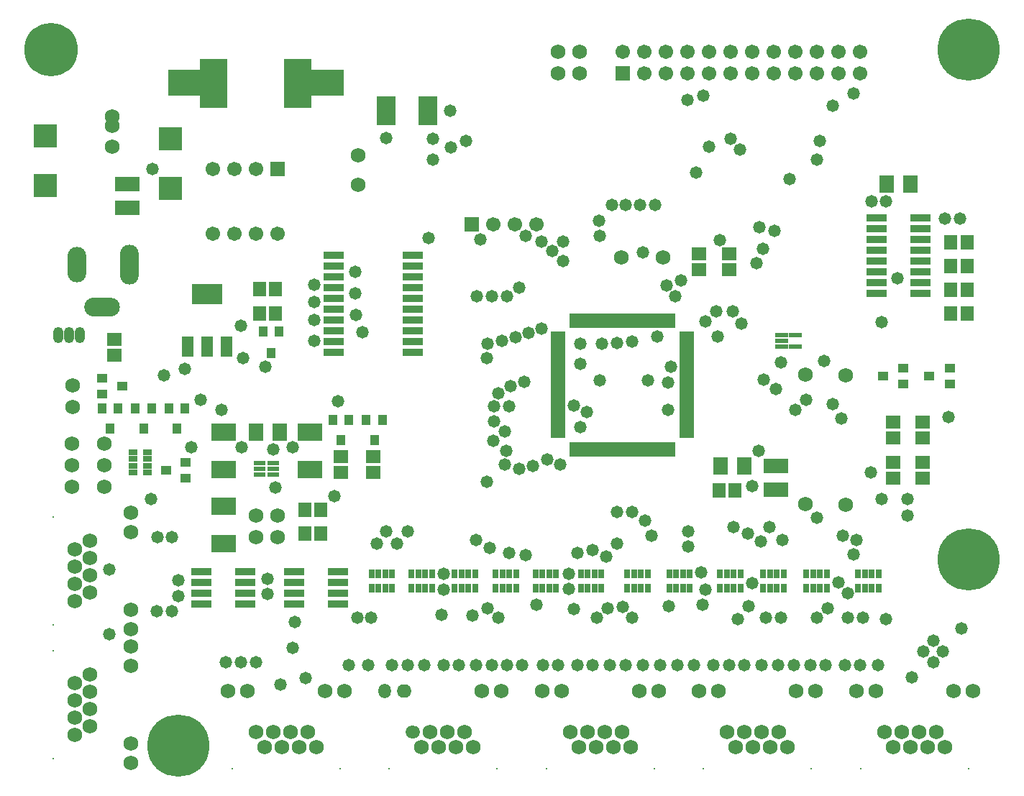
<source format=gts>
%FSLAX23Y23*%
%MOIN*%
G70*
G01*
G75*
%ADD10C,0.010*%
%ADD11R,0.039X0.033*%
%ADD12R,0.039X0.033*%
%ADD13R,0.037X0.035*%
%ADD14R,0.037X0.035*%
%ADD15R,0.059X0.051*%
%ADD16R,0.085X0.024*%
%ADD17R,0.106X0.071*%
%ADD18R,0.049X0.014*%
%ADD19R,0.035X0.037*%
%ADD20R,0.035X0.037*%
%ADD21R,0.047X0.087*%
%ADD22R,0.047X0.087*%
%ADD23R,0.134X0.087*%
%ADD24R,0.018X0.035*%
%ADD25R,0.053X0.014*%
%ADD26R,0.087X0.024*%
%ADD27R,0.087X0.024*%
%ADD28R,0.063X0.012*%
%ADD29R,0.012X0.063*%
%ADD30R,0.035X0.018*%
%ADD31R,0.106X0.071*%
%ADD32R,0.051X0.059*%
%ADD33R,0.106X0.063*%
%ADD34R,0.063X0.071*%
%ADD35R,0.100X0.100*%
%ADD36R,0.063X0.071*%
%ADD37R,0.077X0.124*%
%ADD38R,0.120X0.220*%
%ADD39R,0.150X0.114*%
%ADD40C,0.020*%
%ADD41C,0.040*%
%ADD42C,0.060*%
%ADD43C,0.030*%
%ADD44C,0.050*%
%ADD45C,0.023*%
%ADD46C,0.080*%
%ADD47C,0.011*%
%ADD48C,0.013*%
%ADD49C,0.016*%
%ADD50C,0.047*%
%ADD51C,0.025*%
%ADD52R,0.262X0.237*%
%ADD53C,0.060*%
%ADD54C,0.059*%
%ADD55C,0.240*%
%ADD56C,0.280*%
%ADD57C,0.059*%
%ADD58O,0.157X0.079*%
%ADD59O,0.079X0.157*%
%ADD60O,0.079X0.177*%
%ADD61O,0.050X0.060*%
%ADD62O,0.060X0.055*%
%ADD63O,0.060X0.050*%
%ADD64O,0.039X0.067*%
%ADD65R,0.059X0.059*%
%ADD66R,0.059X0.059*%
%ADD67C,0.050*%
%ADD68R,0.071X0.106*%
%ADD69R,0.071X0.063*%
%ADD70R,0.071X0.063*%
%ADD71C,0.039*%
%ADD72C,0.070*%
%ADD73C,0.010*%
%ADD74C,0.008*%
%ADD75C,0.008*%
%ADD76C,0.006*%
%ADD77C,0.012*%
%ADD78C,0.006*%
%ADD79R,0.047X0.041*%
%ADD80R,0.047X0.041*%
%ADD81R,0.045X0.043*%
%ADD82R,0.045X0.043*%
%ADD83R,0.067X0.059*%
%ADD84R,0.093X0.032*%
%ADD85R,0.114X0.079*%
%ADD86R,0.057X0.022*%
%ADD87R,0.043X0.045*%
%ADD88R,0.043X0.045*%
%ADD89R,0.055X0.095*%
%ADD90R,0.055X0.095*%
%ADD91R,0.142X0.095*%
%ADD92R,0.026X0.043*%
%ADD93R,0.061X0.022*%
%ADD94R,0.095X0.032*%
%ADD95R,0.095X0.032*%
%ADD96R,0.071X0.020*%
%ADD97R,0.020X0.071*%
%ADD98R,0.043X0.026*%
%ADD99R,0.114X0.079*%
%ADD100R,0.059X0.067*%
%ADD101R,0.114X0.071*%
%ADD102R,0.071X0.079*%
%ADD103R,0.108X0.108*%
%ADD104R,0.071X0.079*%
%ADD105R,0.085X0.132*%
%ADD106R,0.128X0.228*%
%ADD107R,0.158X0.122*%
%ADD108C,0.068*%
%ADD109C,0.067*%
%ADD110C,0.248*%
%ADD111C,0.288*%
%ADD112C,0.067*%
%ADD113O,0.165X0.087*%
%ADD114O,0.087X0.165*%
%ADD115O,0.087X0.185*%
%ADD116C,0.008*%
%ADD117O,0.058X0.068*%
%ADD118O,0.068X0.063*%
%ADD119O,0.068X0.058*%
%ADD120O,0.047X0.075*%
%ADD121R,0.067X0.067*%
%ADD122R,0.067X0.067*%
%ADD123C,0.058*%
D79*
X5223Y2895D02*
D03*
X5317Y2858D02*
D03*
D80*
X5317Y2932D02*
D03*
D81*
X5009Y2895D02*
D03*
X5101Y2858D02*
D03*
X1481Y2850D02*
D03*
X1389Y2887D02*
D03*
X1684Y2460D02*
D03*
X1776Y2423D02*
D03*
D82*
X5101Y2932D02*
D03*
X1389Y2813D02*
D03*
X1776Y2497D02*
D03*
D83*
X5055D02*
D03*
Y2682D02*
D03*
X5190Y2497D02*
D03*
X4155Y3462D02*
D03*
Y3388D02*
D03*
X5055Y2423D02*
D03*
Y2608D02*
D03*
X5190Y2423D02*
D03*
Y2682D02*
D03*
Y2608D02*
D03*
X1445Y2993D02*
D03*
Y3067D02*
D03*
X2645Y2448D02*
D03*
Y2522D02*
D03*
X2495D02*
D03*
Y2448D02*
D03*
X4295Y3388D02*
D03*
Y3462D02*
D03*
D84*
X2827Y3005D02*
D03*
Y3055D02*
D03*
Y3105D02*
D03*
Y3155D02*
D03*
Y3205D02*
D03*
Y3255D02*
D03*
Y3305D02*
D03*
Y3355D02*
D03*
Y3405D02*
D03*
Y3455D02*
D03*
X2463Y3005D02*
D03*
Y3055D02*
D03*
Y3105D02*
D03*
Y3155D02*
D03*
Y3205D02*
D03*
Y3255D02*
D03*
Y3305D02*
D03*
Y3355D02*
D03*
Y3405D02*
D03*
Y3455D02*
D03*
D85*
X1950Y2292D02*
D03*
Y2118D02*
D03*
Y2637D02*
D03*
X2350Y2637D02*
D03*
Y2463D02*
D03*
D86*
X2119Y2491D02*
D03*
Y2465D02*
D03*
Y2439D02*
D03*
X2181Y2491D02*
D03*
Y2465D02*
D03*
Y2439D02*
D03*
D87*
X1425Y2654D02*
D03*
X1462Y2746D02*
D03*
X1735Y2654D02*
D03*
X1772Y2746D02*
D03*
X1580Y2654D02*
D03*
X1617Y2746D02*
D03*
X2209Y3103D02*
D03*
X2172Y3004D02*
D03*
X2532Y2691D02*
D03*
X2495Y2599D02*
D03*
X2687Y2691D02*
D03*
X2650Y2599D02*
D03*
D88*
X1388Y2746D02*
D03*
X1698D02*
D03*
X1543D02*
D03*
X2134Y3103D02*
D03*
X2458Y2691D02*
D03*
X2613D02*
D03*
D89*
X1875Y3031D02*
D03*
X1966D02*
D03*
D90*
X1784Y3031D02*
D03*
D91*
X1875Y3275D02*
D03*
D92*
X4747Y1978D02*
D03*
X4716Y1978D02*
D03*
X4684D02*
D03*
X4653D02*
D03*
Y1912D02*
D03*
X4684Y1912D02*
D03*
X4716Y1912D02*
D03*
X4747D02*
D03*
X2638D02*
D03*
X2669Y1912D02*
D03*
X2732Y1912D02*
D03*
X2701D02*
D03*
X2638Y1978D02*
D03*
X2732Y1978D02*
D03*
X2701Y1978D02*
D03*
X2669D02*
D03*
X3117Y1978D02*
D03*
X3086Y1978D02*
D03*
X3054D02*
D03*
X3023D02*
D03*
Y1912D02*
D03*
X3054Y1912D02*
D03*
X3086Y1912D02*
D03*
X3117D02*
D03*
X2823Y1912D02*
D03*
X2854Y1912D02*
D03*
X2886D02*
D03*
X2917D02*
D03*
Y1978D02*
D03*
X2886Y1978D02*
D03*
X2854Y1978D02*
D03*
X2823D02*
D03*
X3213Y1912D02*
D03*
X3244Y1912D02*
D03*
X3307Y1912D02*
D03*
X3276D02*
D03*
X3213Y1978D02*
D03*
X3307Y1978D02*
D03*
X3276Y1978D02*
D03*
X3244D02*
D03*
X3492Y1978D02*
D03*
X3461Y1978D02*
D03*
X3429D02*
D03*
X3398D02*
D03*
Y1912D02*
D03*
X3429Y1912D02*
D03*
X3461Y1912D02*
D03*
X3492D02*
D03*
X3608Y1912D02*
D03*
X3639Y1912D02*
D03*
X3671D02*
D03*
X3702D02*
D03*
Y1978D02*
D03*
X3671Y1978D02*
D03*
X3639Y1978D02*
D03*
X3608D02*
D03*
X3823Y1912D02*
D03*
X3854Y1912D02*
D03*
X3917Y1912D02*
D03*
X3886D02*
D03*
X3823Y1978D02*
D03*
X3917Y1978D02*
D03*
X3886Y1978D02*
D03*
X3854D02*
D03*
X4112Y1978D02*
D03*
X4081Y1978D02*
D03*
X4049D02*
D03*
X4018D02*
D03*
Y1912D02*
D03*
X4049Y1912D02*
D03*
X4081Y1912D02*
D03*
X4112D02*
D03*
X4253Y1912D02*
D03*
X4284Y1912D02*
D03*
X4316D02*
D03*
X4347D02*
D03*
Y1978D02*
D03*
X4316Y1978D02*
D03*
X4284Y1978D02*
D03*
X4253D02*
D03*
X4453Y1912D02*
D03*
X4484Y1912D02*
D03*
X4547Y1912D02*
D03*
X4516D02*
D03*
X4453Y1978D02*
D03*
X4547Y1978D02*
D03*
X4516Y1978D02*
D03*
X4484D02*
D03*
X4893Y1912D02*
D03*
X4924Y1912D02*
D03*
X4956D02*
D03*
X4987D02*
D03*
Y1978D02*
D03*
X4956Y1978D02*
D03*
X4924Y1978D02*
D03*
X4893D02*
D03*
D93*
X4602Y3034D02*
D03*
X4538Y3086D02*
D03*
Y3060D02*
D03*
Y3034D02*
D03*
X4602Y3086D02*
D03*
D94*
X4977Y3530D02*
D03*
X5183Y3630D02*
D03*
X4977Y3380D02*
D03*
Y3630D02*
D03*
X5183Y3280D02*
D03*
Y3330D02*
D03*
Y3380D02*
D03*
Y3430D02*
D03*
Y3480D02*
D03*
Y3530D02*
D03*
Y3580D02*
D03*
X4977Y3280D02*
D03*
Y3330D02*
D03*
Y3430D02*
D03*
Y3480D02*
D03*
Y3580D02*
D03*
X2052Y1840D02*
D03*
X2482D02*
D03*
D95*
X1848Y1990D02*
D03*
Y1940D02*
D03*
Y1890D02*
D03*
Y1840D02*
D03*
X2052Y1990D02*
D03*
Y1940D02*
D03*
Y1890D02*
D03*
X2482D02*
D03*
Y1940D02*
D03*
Y1990D02*
D03*
X2278Y1840D02*
D03*
Y1890D02*
D03*
Y1940D02*
D03*
Y1990D02*
D03*
D96*
X4099Y2776D02*
D03*
Y2757D02*
D03*
Y2737D02*
D03*
Y2717D02*
D03*
X3501D02*
D03*
Y3072D02*
D03*
Y3091D02*
D03*
X4099Y2934D02*
D03*
Y2914D02*
D03*
Y2894D02*
D03*
Y2875D02*
D03*
Y2619D02*
D03*
X3501Y2894D02*
D03*
X4099Y2796D02*
D03*
X3501Y3052D02*
D03*
Y3032D02*
D03*
Y3012D02*
D03*
Y2993D02*
D03*
Y2973D02*
D03*
Y2953D02*
D03*
Y2934D02*
D03*
Y2914D02*
D03*
Y2875D02*
D03*
Y2855D02*
D03*
Y2835D02*
D03*
Y2816D02*
D03*
Y2796D02*
D03*
Y2776D02*
D03*
Y2757D02*
D03*
Y2737D02*
D03*
Y2698D02*
D03*
Y2678D02*
D03*
Y2658D02*
D03*
Y2638D02*
D03*
Y2619D02*
D03*
X4099Y3091D02*
D03*
Y3072D02*
D03*
Y3052D02*
D03*
Y3032D02*
D03*
Y3012D02*
D03*
Y2993D02*
D03*
Y2973D02*
D03*
Y2953D02*
D03*
Y2855D02*
D03*
Y2835D02*
D03*
Y2816D02*
D03*
Y2638D02*
D03*
Y2658D02*
D03*
Y2678D02*
D03*
Y2698D02*
D03*
D97*
X3997Y3154D02*
D03*
X3623D02*
D03*
X4017D02*
D03*
X3938D02*
D03*
X3564Y2556D02*
D03*
X3583D02*
D03*
X3603D02*
D03*
X3623D02*
D03*
X3643D02*
D03*
X3662D02*
D03*
X3997D02*
D03*
X4017D02*
D03*
X4036D02*
D03*
X3682Y3154D02*
D03*
X3702D02*
D03*
X3721D02*
D03*
X3741D02*
D03*
X3761D02*
D03*
X3780D02*
D03*
X3800D02*
D03*
X3820D02*
D03*
X3839D02*
D03*
X3859D02*
D03*
X3879D02*
D03*
X3898D02*
D03*
X3918D02*
D03*
X3957D02*
D03*
X4036D02*
D03*
X3682Y2556D02*
D03*
X3702D02*
D03*
X3721D02*
D03*
X3741D02*
D03*
X3761D02*
D03*
X3780D02*
D03*
X3800D02*
D03*
X3820D02*
D03*
X3839D02*
D03*
X3859D02*
D03*
X3879D02*
D03*
X3898D02*
D03*
X3918D02*
D03*
X3938D02*
D03*
X3957D02*
D03*
X3977D02*
D03*
X3662Y3154D02*
D03*
X3643D02*
D03*
X3583D02*
D03*
X3564D02*
D03*
X3977D02*
D03*
X3603D02*
D03*
D98*
X1598Y2448D02*
D03*
X1598Y2479D02*
D03*
X1598Y2542D02*
D03*
Y2511D02*
D03*
X1532Y2448D02*
D03*
X1532Y2542D02*
D03*
X1532Y2511D02*
D03*
Y2479D02*
D03*
D99*
X1950Y2463D02*
D03*
D100*
X2192Y3185D02*
D03*
X2118D02*
D03*
Y3300D02*
D03*
X2192D02*
D03*
X2328Y2275D02*
D03*
X2402D02*
D03*
X2328Y2165D02*
D03*
X2402D02*
D03*
X4248Y2365D02*
D03*
X4322D02*
D03*
X5323Y3515D02*
D03*
X5397D02*
D03*
X5397Y3185D02*
D03*
X5323D02*
D03*
X5397Y3295D02*
D03*
X5323D02*
D03*
X5323Y3405D02*
D03*
X5397D02*
D03*
D101*
X4510Y2370D02*
D03*
Y2480D02*
D03*
X1505Y3785D02*
D03*
Y3675D02*
D03*
D102*
X4365Y2480D02*
D03*
X4255D02*
D03*
X5135Y3785D02*
D03*
X5025D02*
D03*
X2100Y2635D02*
D03*
D103*
X1705Y3995D02*
D03*
Y3765D02*
D03*
X1125Y3780D02*
D03*
Y4010D02*
D03*
D104*
X2210Y2635D02*
D03*
D105*
X2897Y4125D02*
D03*
X2704D02*
D03*
D106*
X1905Y4252D02*
D03*
X2295D02*
D03*
D107*
X1770Y4255D02*
D03*
X2430D02*
D03*
D108*
X1260Y2013D02*
D03*
Y1393D02*
D03*
X1330Y1973D02*
D03*
Y1353D02*
D03*
Y1893D02*
D03*
Y1273D02*
D03*
X1260Y1853D02*
D03*
X1260Y1233D02*
D03*
X3600Y4300D02*
D03*
X3500D02*
D03*
Y4400D02*
D03*
X3600D02*
D03*
X4835Y2300D02*
D03*
Y2900D02*
D03*
X1330Y1513D02*
D03*
X1260Y1473D02*
D03*
X1330Y1433D02*
D03*
X1260Y1313D02*
D03*
X1520Y1103D02*
D03*
Y1553D02*
D03*
Y1193D02*
D03*
Y1643D02*
D03*
X1330Y2133D02*
D03*
X1260Y2093D02*
D03*
X1330Y2053D02*
D03*
X1260Y1933D02*
D03*
X1520Y1723D02*
D03*
Y2173D02*
D03*
Y1813D02*
D03*
Y2263D02*
D03*
X4649Y2901D02*
D03*
Y2301D02*
D03*
X1252Y2854D02*
D03*
Y2754D02*
D03*
X1398Y2381D02*
D03*
Y2581D02*
D03*
Y2481D02*
D03*
X1248Y2381D02*
D03*
Y2581D02*
D03*
Y2481D02*
D03*
X1970Y1435D02*
D03*
X2420D02*
D03*
X2060D02*
D03*
X2510D02*
D03*
X2380Y1175D02*
D03*
X2340Y1245D02*
D03*
X2300Y1175D02*
D03*
X2260Y1245D02*
D03*
X2220Y1175D02*
D03*
X2180Y1245D02*
D03*
X2140Y1175D02*
D03*
X2100Y1245D02*
D03*
X3149Y1435D02*
D03*
X3239D02*
D03*
X3109Y1175D02*
D03*
X3069Y1245D02*
D03*
X3029Y1175D02*
D03*
X2989Y1245D02*
D03*
X2949Y1175D02*
D03*
X2909Y1245D02*
D03*
X2869Y1175D02*
D03*
X3427Y1435D02*
D03*
X3877D02*
D03*
X3517D02*
D03*
X3967D02*
D03*
X3837Y1175D02*
D03*
X3797Y1245D02*
D03*
X3757Y1175D02*
D03*
X3717Y1245D02*
D03*
X3677Y1175D02*
D03*
X3637Y1245D02*
D03*
X3597Y1175D02*
D03*
X3557Y1245D02*
D03*
X4155Y1435D02*
D03*
X4605D02*
D03*
X4245D02*
D03*
X4695D02*
D03*
X4565Y1175D02*
D03*
X4525Y1245D02*
D03*
X4485Y1175D02*
D03*
X4445Y1245D02*
D03*
X4405Y1175D02*
D03*
X4365Y1245D02*
D03*
X4325Y1175D02*
D03*
X4285Y1245D02*
D03*
X4884Y1435D02*
D03*
X5334D02*
D03*
X4974Y1435D02*
D03*
X5424Y1435D02*
D03*
X5294Y1175D02*
D03*
X5254Y1245D02*
D03*
X5214Y1175D02*
D03*
X5174Y1245D02*
D03*
X5134Y1175D02*
D03*
X5094Y1245D02*
D03*
X5054Y1175D02*
D03*
X5014Y1245D02*
D03*
X3795Y3445D02*
D03*
X3987D02*
D03*
X2100Y2150D02*
D03*
X2200D02*
D03*
Y2250D02*
D03*
X2100D02*
D03*
X2575Y3782D02*
D03*
Y3920D02*
D03*
X1435Y3960D02*
D03*
Y4098D02*
D03*
Y4055D02*
D03*
D109*
X4900Y4400D02*
D03*
Y4300D02*
D03*
X4800Y4400D02*
D03*
Y4300D02*
D03*
X4700Y4400D02*
D03*
Y4300D02*
D03*
X4600Y4400D02*
D03*
Y4300D02*
D03*
X4500Y4400D02*
D03*
Y4300D02*
D03*
X1349Y3217D02*
D03*
X1428D02*
D03*
X1270Y3453D02*
D03*
Y3375D02*
D03*
X3200Y3600D02*
D03*
X3300D02*
D03*
X3400D02*
D03*
X3800Y4400D02*
D03*
X3900Y4300D02*
D03*
Y4400D02*
D03*
X4000Y4300D02*
D03*
Y4400D02*
D03*
X4100Y4300D02*
D03*
Y4400D02*
D03*
X4200Y4300D02*
D03*
Y4400D02*
D03*
X4300Y4300D02*
D03*
Y4400D02*
D03*
X4400Y4300D02*
D03*
Y4400D02*
D03*
D110*
X1152Y4409D02*
D03*
D111*
X1742Y1181D02*
D03*
X5404Y4409D02*
D03*
Y2047D02*
D03*
D112*
X1514Y3365D02*
D03*
Y3463D02*
D03*
X1900Y3555D02*
D03*
X2000D02*
D03*
X2100D02*
D03*
X1900Y3855D02*
D03*
X2000D02*
D03*
X2100D02*
D03*
X2200Y3555D02*
D03*
D113*
X1388Y3217D02*
D03*
D114*
X1270Y3414D02*
D03*
D115*
X1514D02*
D03*
D116*
X1990Y1075D02*
D03*
X2490D02*
D03*
X2719D02*
D03*
X3219D02*
D03*
X3447D02*
D03*
X3947D02*
D03*
X4175D02*
D03*
X4675D02*
D03*
X5404Y1075D02*
D03*
X4904D02*
D03*
X1160Y1623D02*
D03*
Y1743D02*
D03*
Y1123D02*
D03*
Y2243D02*
D03*
D117*
X2699Y1435D02*
D03*
D118*
X2789D02*
D03*
D119*
X2829Y1245D02*
D03*
D120*
X1185Y3085D02*
D03*
X1235D02*
D03*
X1285D02*
D03*
D121*
X3100Y3600D02*
D03*
X3800Y4300D02*
D03*
D122*
X2200Y3855D02*
D03*
D123*
X1420Y1700D02*
D03*
Y2000D02*
D03*
X4950Y2450D02*
D03*
X4535Y2960D02*
D03*
X1615Y2325D02*
D03*
X1675Y2900D02*
D03*
X5120Y2325D02*
D03*
X5000D02*
D03*
X5312Y2707D02*
D03*
X5120Y2250D02*
D03*
X5370Y1725D02*
D03*
X4175Y4195D02*
D03*
X4700Y3900D02*
D03*
X4715Y3985D02*
D03*
X4100Y4175D02*
D03*
X3750Y3690D02*
D03*
X4345Y3945D02*
D03*
X4300Y3995D02*
D03*
X4870Y4205D02*
D03*
X4775Y4150D02*
D03*
X1770Y2930D02*
D03*
X3800Y1825D02*
D03*
X4385Y1830D02*
D03*
X4335Y1770D02*
D03*
X3845Y1775D02*
D03*
X4015Y1830D02*
D03*
X4170Y1835D02*
D03*
X4185Y1905D02*
D03*
X4165Y1985D02*
D03*
X5020Y1770D02*
D03*
X4045Y3265D02*
D03*
X3140Y3530D02*
D03*
X3690Y3615D02*
D03*
X4070Y3340D02*
D03*
X3845Y3055D02*
D03*
X3525Y3520D02*
D03*
X3320Y3305D02*
D03*
X3705Y3045D02*
D03*
X3525Y3430D02*
D03*
X3425Y3520D02*
D03*
X3775Y3050D02*
D03*
X3475Y3475D02*
D03*
X3350Y3545D02*
D03*
X2480Y2780D02*
D03*
X3265Y3265D02*
D03*
X3125D02*
D03*
X4505Y3570D02*
D03*
X4435Y3585D02*
D03*
X4450Y3485D02*
D03*
X4420Y3420D02*
D03*
X3195Y3265D02*
D03*
X3605Y3045D02*
D03*
X3120Y2135D02*
D03*
X3185Y2100D02*
D03*
X3275Y2075D02*
D03*
X3350Y2065D02*
D03*
X3365Y3095D02*
D03*
X3425Y3115D02*
D03*
X2270Y2565D02*
D03*
X3510Y2485D02*
D03*
X3450Y2510D02*
D03*
X3385Y2480D02*
D03*
X3320Y2465D02*
D03*
X3255Y2485D02*
D03*
X3260Y2550D02*
D03*
X3635Y2730D02*
D03*
X3200Y2595D02*
D03*
X3575Y2760D02*
D03*
X3205Y2755D02*
D03*
X3255Y2640D02*
D03*
X3205Y2685D02*
D03*
X3275Y2755D02*
D03*
X3280Y2850D02*
D03*
X3225Y2815D02*
D03*
X3345Y2870D02*
D03*
X4440Y2130D02*
D03*
X4480Y2195D02*
D03*
X4380Y2165D02*
D03*
X4595Y1555D02*
D03*
X4445D02*
D03*
X4465Y1775D02*
D03*
X4740Y1555D02*
D03*
X4670D02*
D03*
X4830D02*
D03*
X4520D02*
D03*
X4535Y1775D02*
D03*
X4900Y1555D02*
D03*
X4985D02*
D03*
X4430Y2550D02*
D03*
X2280Y1755D02*
D03*
X2465Y2340D02*
D03*
X2190Y2380D02*
D03*
X2180Y2555D02*
D03*
X1740Y1875D02*
D03*
Y1950D02*
D03*
X2155Y1885D02*
D03*
Y1955D02*
D03*
X2032Y3128D02*
D03*
X1710Y2150D02*
D03*
X1645D02*
D03*
X1640Y1805D02*
D03*
X1710D02*
D03*
X1800Y2565D02*
D03*
X1845Y2785D02*
D03*
X1940Y2740D02*
D03*
X3605Y2951D02*
D03*
Y2660D02*
D03*
X3961Y3080D02*
D03*
X4010Y2739D02*
D03*
X3918Y2875D02*
D03*
X3696Y2876D02*
D03*
X4885Y2135D02*
D03*
X4700Y2240D02*
D03*
X4820Y2155D02*
D03*
X4870Y2070D02*
D03*
X4540Y2135D02*
D03*
X4400Y1935D02*
D03*
X4105Y2105D02*
D03*
Y2175D02*
D03*
X4315Y2195D02*
D03*
X3170Y2405D02*
D03*
X3775Y2265D02*
D03*
X3935Y2155D02*
D03*
X3905Y2225D02*
D03*
X3845Y2265D02*
D03*
X4800Y1940D02*
D03*
X4845Y1890D02*
D03*
X4750Y1820D02*
D03*
X4700Y1775D02*
D03*
X4845D02*
D03*
X4915D02*
D03*
X4365Y1555D02*
D03*
X4295D02*
D03*
X4220D02*
D03*
X4130D02*
D03*
X4055D02*
D03*
X3975D02*
D03*
X3895D02*
D03*
X3815D02*
D03*
X3740D02*
D03*
X3660D02*
D03*
X3590D02*
D03*
X3500D02*
D03*
X3430D02*
D03*
X3335D02*
D03*
X3265D02*
D03*
X3195D02*
D03*
X2805D02*
D03*
X2730D02*
D03*
X2620D02*
D03*
X2530D02*
D03*
X3120D02*
D03*
X3040D02*
D03*
X3170Y2980D02*
D03*
X3175Y3045D02*
D03*
X3305Y3075D02*
D03*
X3240Y3060D02*
D03*
X3775Y2120D02*
D03*
X3725Y2060D02*
D03*
X3590Y2075D02*
D03*
X3660Y2090D02*
D03*
X2805Y2175D02*
D03*
X2755Y2120D02*
D03*
X2705Y2175D02*
D03*
X2660Y2120D02*
D03*
X2880Y1555D02*
D03*
X2970D02*
D03*
X2100Y1570D02*
D03*
X2270Y1635D02*
D03*
X2145Y2940D02*
D03*
X2040Y2980D02*
D03*
X2370Y3060D02*
D03*
X2595Y3100D02*
D03*
X2370Y3240D02*
D03*
X2560Y3280D02*
D03*
X2030Y1570D02*
D03*
X2330Y1495D02*
D03*
X1960Y1570D02*
D03*
X2215Y1465D02*
D03*
X2370Y3155D02*
D03*
X2565Y3180D02*
D03*
X2370Y3320D02*
D03*
X2560Y3380D02*
D03*
X4400Y2385D02*
D03*
X5140Y1500D02*
D03*
X5195Y1620D02*
D03*
X5240Y1570D02*
D03*
X5285Y1620D02*
D03*
X5295Y3625D02*
D03*
X5365D02*
D03*
X5020Y3705D02*
D03*
X4955D02*
D03*
X4815Y2700D02*
D03*
X4775Y2765D02*
D03*
X4010Y2865D02*
D03*
X4025Y2940D02*
D03*
X5240Y1670D02*
D03*
X4455Y2880D02*
D03*
X4510Y2835D02*
D03*
X4650Y2785D02*
D03*
X4600Y2740D02*
D03*
X3695Y3545D02*
D03*
X2900Y3535D02*
D03*
X3005Y3955D02*
D03*
X4005Y3315D02*
D03*
X3895Y3470D02*
D03*
X3815Y3690D02*
D03*
X3880D02*
D03*
X3950D02*
D03*
X4250Y3525D02*
D03*
X4185Y3150D02*
D03*
X4235Y3195D02*
D03*
X4310D02*
D03*
X4240Y3080D02*
D03*
X4140Y3840D02*
D03*
X4350Y3140D02*
D03*
X3075Y3985D02*
D03*
X4200Y3960D02*
D03*
X3550Y1980D02*
D03*
Y1910D02*
D03*
X3575Y1815D02*
D03*
X3400Y1835D02*
D03*
X3175Y1820D02*
D03*
X3225Y1775D02*
D03*
X3680D02*
D03*
X3730Y1820D02*
D03*
X2970Y1980D02*
D03*
Y1905D02*
D03*
X2570Y1775D02*
D03*
X2635D02*
D03*
X3105Y1785D02*
D03*
X2960Y1790D02*
D03*
X2035Y2565D02*
D03*
X1620Y3855D02*
D03*
X2920Y3995D02*
D03*
Y3900D02*
D03*
X2705Y4000D02*
D03*
X3000Y4125D02*
D03*
X4575Y3810D02*
D03*
X4735Y2965D02*
D03*
X5075Y3350D02*
D03*
X5000Y3145D02*
D03*
M02*

</source>
